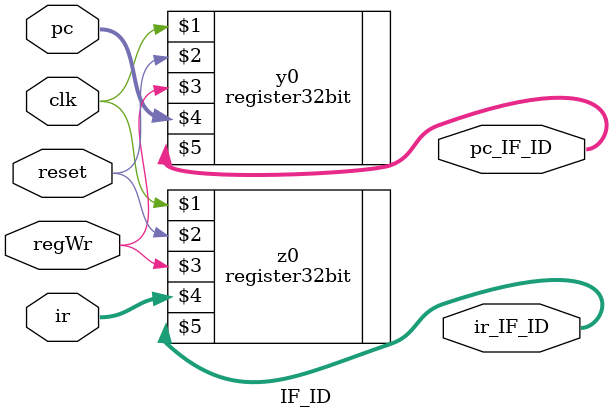
<source format=v>




module IF_ID(input clk, input reset, input regWr, input [31:0] ir, input [31:0] pc, output [31:0] ir_IF_ID, output [31:0] pc_IF_ID);
	//WRITE YOUR CODE HERE, NO NEED TO DEFINE NEW VARIABLES
	register32bit z0(clk,reset,regWr,ir,ir_IF_ID);
	register32bit y0(clk,reset,regWr,pc,pc_IF_ID);

endmodule

</source>
